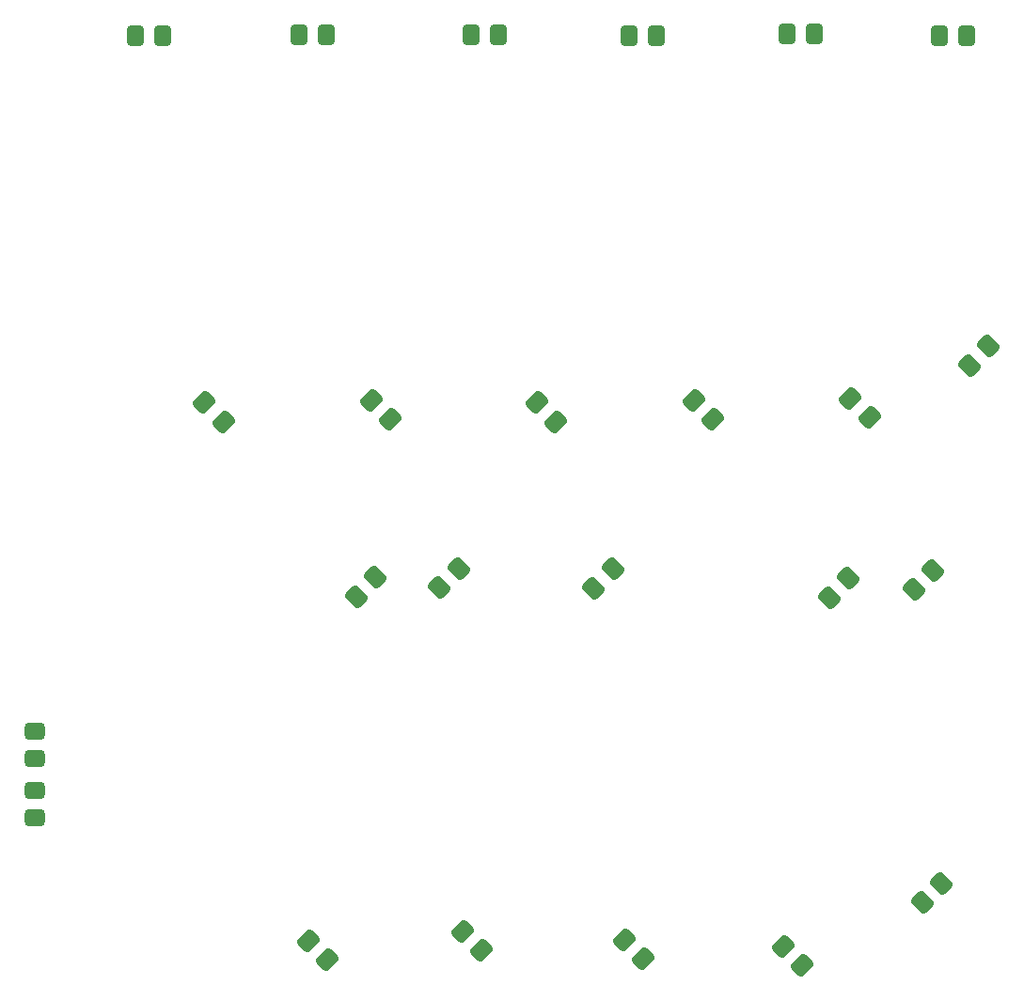
<source format=gbr>
%TF.GenerationSoftware,KiCad,Pcbnew,8.0.3*%
%TF.CreationDate,2024-07-11T18:12:52-04:00*%
%TF.ProjectId,K9HZ_100W_11band_LPF-Filter,4b39485a-5f31-4303-9057-5f313162616e,rev?*%
%TF.SameCoordinates,Original*%
%TF.FileFunction,Paste,Top*%
%TF.FilePolarity,Positive*%
%FSLAX46Y46*%
G04 Gerber Fmt 4.6, Leading zero omitted, Abs format (unit mm)*
G04 Created by KiCad (PCBNEW 8.0.3) date 2024-07-11 18:12:52*
%MOMM*%
%LPD*%
G01*
G04 APERTURE LIST*
G04 Aperture macros list*
%AMRoundRect*
0 Rectangle with rounded corners*
0 $1 Rounding radius*
0 $2 $3 $4 $5 $6 $7 $8 $9 X,Y pos of 4 corners*
0 Add a 4 corners polygon primitive as box body*
4,1,4,$2,$3,$4,$5,$6,$7,$8,$9,$2,$3,0*
0 Add four circle primitives for the rounded corners*
1,1,$1+$1,$2,$3*
1,1,$1+$1,$4,$5*
1,1,$1+$1,$6,$7*
1,1,$1+$1,$8,$9*
0 Add four rect primitives between the rounded corners*
20,1,$1+$1,$2,$3,$4,$5,0*
20,1,$1+$1,$4,$5,$6,$7,0*
20,1,$1+$1,$6,$7,$8,$9,0*
20,1,$1+$1,$8,$9,$2,$3,0*%
G04 Aperture macros list end*
%ADD10RoundRect,0.336956X0.563044X-0.438044X0.563044X0.438044X-0.563044X0.438044X-0.563044X-0.438044X0*%
%ADD11RoundRect,0.336956X-0.563044X0.438044X-0.563044X-0.438044X0.563044X-0.438044X0.563044X0.438044X0*%
%ADD12RoundRect,0.336956X0.088388X-0.707876X0.707876X-0.088388X-0.088388X0.707876X-0.707876X0.088388X0*%
%ADD13RoundRect,0.336956X-0.707876X-0.088388X-0.088388X-0.707876X0.707876X0.088388X0.088388X0.707876X0*%
%ADD14RoundRect,0.336956X0.438044X0.563044X-0.438044X0.563044X-0.438044X-0.563044X0.438044X-0.563044X0*%
G04 APERTURE END LIST*
D10*
%TO.C,C106*%
X173188909Y-114862923D03*
X173188909Y-112412923D03*
%TD*%
D11*
%TO.C,C105*%
X173188909Y-107078923D03*
X173188909Y-109528923D03*
%TD*%
D12*
%TO.C,C99*%
X253125065Y-122492818D03*
X254857477Y-120760406D03*
%TD*%
%TO.C,C98*%
X252363065Y-94298818D03*
X254095477Y-92566406D03*
%TD*%
D13*
%TO.C,C90*%
X240609410Y-126436112D03*
X242341822Y-128168524D03*
%TD*%
D12*
%TO.C,C89*%
X244767588Y-95032412D03*
X246500000Y-93300000D03*
%TD*%
D13*
%TO.C,C83*%
X226297703Y-125852717D03*
X228030115Y-127585129D03*
%TD*%
D12*
%TO.C,C82*%
X223533794Y-94166206D03*
X225266206Y-92433794D03*
%TD*%
D13*
%TO.C,C76*%
X211723065Y-125078406D03*
X213455477Y-126810818D03*
%TD*%
D12*
%TO.C,C75*%
X202167588Y-94932412D03*
X203900000Y-93200000D03*
%TD*%
D13*
%TO.C,C65*%
X197833794Y-125933794D03*
X199566206Y-127666206D03*
%TD*%
D12*
%TO.C,C64*%
X209667588Y-94132412D03*
X211400000Y-92400000D03*
%TD*%
%TO.C,C58*%
X257355358Y-74113839D03*
X259087770Y-72381427D03*
%TD*%
D14*
%TO.C,C57*%
X257125000Y-44400000D03*
X254675000Y-44400000D03*
%TD*%
D13*
%TO.C,C49*%
X246667588Y-77067588D03*
X248400000Y-78800000D03*
%TD*%
D14*
%TO.C,C48*%
X243425000Y-44200000D03*
X240975000Y-44200000D03*
%TD*%
D13*
%TO.C,C38*%
X232569703Y-77238700D03*
X234302115Y-78971112D03*
%TD*%
D14*
%TO.C,C37*%
X229200000Y-44400000D03*
X226750000Y-44400000D03*
%TD*%
D13*
%TO.C,C26*%
X218423703Y-77465717D03*
X220156115Y-79198129D03*
%TD*%
D14*
%TO.C,C25*%
X214925000Y-44300000D03*
X212475000Y-44300000D03*
%TD*%
D13*
%TO.C,C14*%
X203495959Y-77238700D03*
X205228371Y-78971112D03*
%TD*%
D14*
%TO.C,C13*%
X199500000Y-44300000D03*
X197050000Y-44300000D03*
%TD*%
%TO.C,C1*%
X182250000Y-44400000D03*
X184700000Y-44400000D03*
%TD*%
D13*
%TO.C,C2*%
X188490794Y-77465717D03*
X190223206Y-79198129D03*
%TD*%
M02*

</source>
